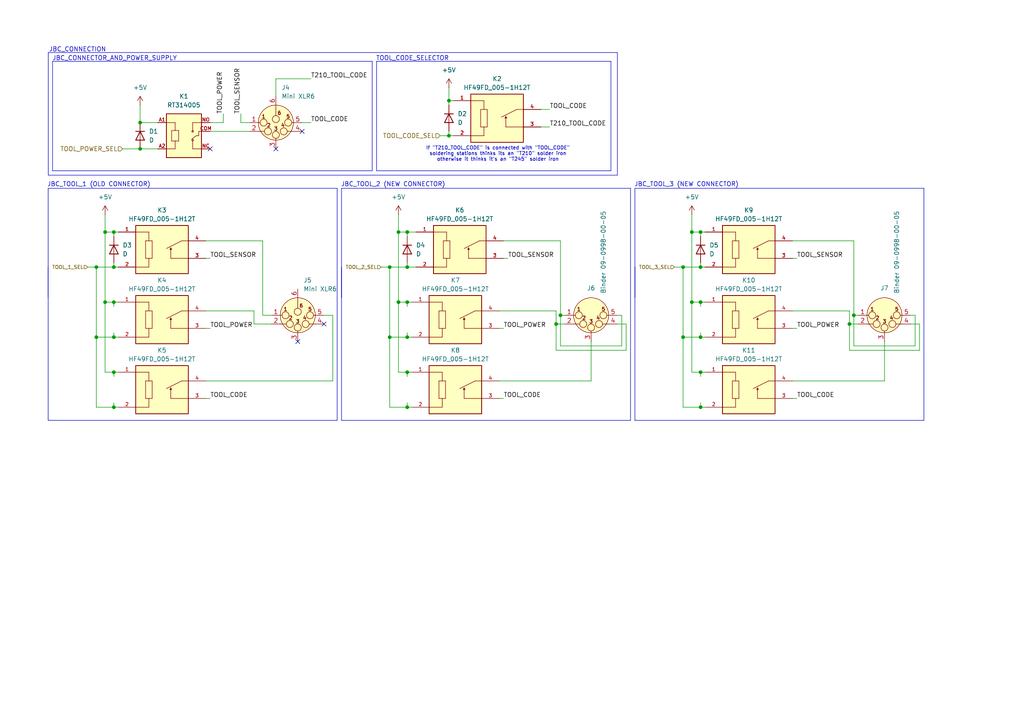
<source format=kicad_sch>
(kicad_sch (version 20231120) (generator "eeschema") (generator_version "8.0")
  (paper "A4")
  (title_block (title "JBC Multitool Selector") (date "2025-01-20") (rev "1"))
  (lib_symbols
    (symbol "Connector_Audio:XLR5" (pin_names hide)
      (property "Reference" "J" (at 0 8.89 0))
      (property "Value" "XLR5" (at 0 6.35 0))
      (symbol "XLR5_0_1"
        (circle (center -3.556 0) (radius 1.016))
        (circle (center -2.286 -2.54) (radius 1.016))
        (circle (center 0 -3.556) (radius 1.016))
        (polyline (pts (xy -5.08 -2.54) (xy -4.445 -2.54)))
        (polyline (pts (xy -5.08 0) (xy -4.572 0)))
        (polyline (pts (xy -4.572 -2.54) (xy -3.302 -2.54)))
        (polyline (pts (xy 0 -5.08) (xy 0 -4.572)))
        (polyline (pts (xy 4.572 -2.54) (xy 3.302 -2.54)))
        (polyline (pts (xy 5.08 -2.54) (xy 4.445 -2.54)))
        (polyline (pts (xy 5.08 0) (xy 4.572 0)))
        (circle (center 0 0) (radius 5.08) (fill (type background)))
        (circle (center 2.286 -2.54) (radius 1.016))
        (circle (center 3.556 0) (radius 1.016))
        (text "1" (at -3.556 1.778 0) (effects (font (size 1.016 1.016) (bold yes))))
        (text "2" (at -2.032 -0.762 0) (effects (font (size 1.016 1.016) (bold yes))))
        (text "3" (at 0 -1.778 0) (effects (font (size 1.016 1.016) (bold yes))))
        (text "4" (at 2.032 -0.762 0) (effects (font (size 1.016 1.016) (bold yes))))
        (text "5" (at 3.556 1.778 0) (effects (font (size 1.016 1.016) (bold yes))))
      )
      (symbol "XLR5_1_1"
        (pin passive line (at -7.62 0 0) (length 2.54) (name "P1") (number "1"))
        (pin passive line (at -7.62 -2.54 0) (length 2.54) (name "P2") (number "2"))
        (pin passive line (at 0 -7.62 90) (length 2.54) (name "P3") (number "3"))
        (pin passive line (at 7.62 -2.54 180) (length 2.54) (name "P3") (number "4"))
        (pin passive line (at 7.62 0 180) (length 2.54) (name "P5") (number "5"))
      )
    )
    (symbol "Connector_Audio:XLR6" (pin_names hide)
      (property "Reference" "J" (at 2.54 6.35 0))
      (property "Value" "XLR6" (at 5.08 -6.096 0))
      (symbol "XLR6_0_1"
        (circle (center -3.556 0) (radius 1.016))
        (circle (center -2.286 -2.54) (radius 1.016))
        (circle (center 0 -3.556) (radius 1.016))
        (polyline (pts (xy -5.08 -2.54) (xy -4.445 -2.54)))
        (polyline (pts (xy -5.08 0) (xy -4.572 0)))
        (polyline (pts (xy -4.572 -2.54) (xy -3.302 -2.54)))
        (polyline (pts (xy 0 -5.08) (xy 0 -4.572)))
        (polyline (pts (xy 0 5.08) (xy 0 2.032)))
        (polyline (pts (xy 4.572 -2.54) (xy 3.302 -2.54)))
        (polyline (pts (xy 5.08 -2.54) (xy 4.445 -2.54)))
        (polyline (pts (xy 5.08 0) (xy 4.572 0)))
        (circle (center 0 0) (radius 5.08) (fill (type background)))
        (circle (center 0 1.016) (radius 1.016))
        (circle (center 2.286 -2.54) (radius 1.016))
        (circle (center 3.556 0) (radius 1.016))
        (text "1" (at -3.556 1.778 0) (effects (font (size 1.016 1.016) (bold yes))))
        (text "2" (at -2.032 -0.762 0) (effects (font (size 1.016 1.016) (bold yes))))
        (text "3" (at 0 -1.778 0) (effects (font (size 1.016 1.016) (bold yes))))
        (text "4" (at 2.032 -0.762 0) (effects (font (size 1.016 1.016) (bold yes))))
        (text "5" (at 3.556 1.778 0) (effects (font (size 1.016 1.016) (bold yes))))
        (text "6" (at 1.016 2.794 0) (effects (font (size 1.016 1.016) (bold yes))))
      )
      (symbol "XLR6_1_1"
        (pin passive line (at -7.62 0 0) (length 2.54) (name "P1") (number "1"))
        (pin passive line (at -7.62 -2.54 0) (length 2.54) (name "P2") (number "2"))
        (pin passive line (at 0 -7.62 90) (length 2.54) (name "P3") (number "3"))
        (pin passive line (at 7.62 -2.54 180) (length 2.54) (name "P3") (number "4"))
        (pin passive line (at 7.62 0 180) (length 2.54) (name "P5") (number "5"))
        (pin passive line (at 0 7.62 270) (length 2.54) (name "P6") (number "6"))
      )
    )
    (symbol "Device:D" (pin_numbers hide) (pin_names (offset 1.016) hide)
      (property "Reference" "D" (at 0 2.54 0))
      (property "Value" "D" (at 0 -2.54 0))
      (symbol "D_0_1"
        (polyline (pts (xy -1.27 1.27) (xy -1.27 -1.27)) (stroke (width 0.254)))
        (polyline (pts (xy 1.27 0) (xy -1.27 0)))
        (polyline (pts (xy 1.27 1.27) (xy 1.27 -1.27) (xy -1.27 0) (xy 1.27 1.27)) (stroke (width 0.254)))
      )
      (symbol "D_1_1"
        (pin passive line (at -3.81 0 0) (length 2.54) (name "K") (number "1"))
        (pin passive line (at 3.81 0 180) (length 2.54) (name "A") (number "2"))
      )
    )
    (symbol "HF49FD:HF49FD_005-1H12T" (pin_names (offset 1.016))
      (property "Reference" "K" (at -7.62 7.62 0))
      (property "Value" "HF49FD_005-1H12T" (at -9.398 -7.62 0))
      (symbol "HF49FD_005-1H12T_0_0"
        (rectangle (start -7.62 -6.985) (end 7.62 6.985) (stroke (width 0.254)) (fill (type background)))
        (polyline (pts (xy -7.62 -5.08) (xy -3.81 -5.08)) (stroke (width 0.1524)))
        (polyline (pts (xy -7.62 5.08) (xy -3.81 5.08)) (stroke (width 0.1524)))
        (polyline (pts (xy -4.7625 -2.54) (xy -4.7625 2.54)) (stroke (width 0.1524)))
        (polyline (pts (xy -4.7625 2.54) (xy -2.8575 2.54)) (stroke (width 0.1524)))
        (polyline (pts (xy -3.81 -5.08) (xy -3.81 -2.54)) (stroke (width 0.1524)))
        (polyline (pts (xy -3.81 -2.54) (xy -4.7625 -2.54)) (stroke (width 0.1524)))
        (polyline (pts (xy -3.81 5.08) (xy -3.81 2.54)) (stroke (width 0.1524)))
        (polyline (pts (xy -2.8575 -2.54) (xy -3.81 -2.54)) (stroke (width 0.1524)))
        (polyline (pts (xy -2.8575 2.54) (xy -2.8575 -2.54)) (stroke (width 0.1524)))
        (polyline (pts (xy 2.54 -2.54) (xy 2.54 0)) (stroke (width 0.1524)))
        (polyline (pts (xy 5.715 2.54) (xy 1.27 0.3175)) (stroke (width 0.1524)))
        (polyline (pts (xy 7.62 -2.54) (xy 2.54 -2.54)) (stroke (width 0.1524)))
        (polyline (pts (xy 7.62 2.54) (xy 5.715 2.54)) (stroke (width 0.1524)))
        (polyline (pts (xy 2.2225 0) (xy 2.8575 0) (xy 2.54 0.635) (xy 2.2225 0)) (stroke (width 0.0254)) (fill (type outline)))
        (pin passive line (at -12.7 5.08 0) (length 5.08) (name "~") (number "1"))
        (pin passive line (at -12.7 -5.08 0) (length 5.08) (name "~") (number "2"))
        (pin passive line (at 12.7 -2.54 180) (length 5.08) (name "~") (number "3"))
        (pin passive line (at 12.7 2.54 180) (length 5.08) (name "~") (number "4"))
      )
    )
    (symbol "SRD-05VDC-SL-C:SRD-05VDC-SL-C" (pin_names (offset 1.016))
      (property "Reference" "K" (at -5.0809 5.843 0))
      (property "Value" "SRD-05VDC-SL-C" (at -8.128 -10.16 0))
      (symbol "SRD-05VDC-SL-C_0_0"
        (rectangle (start -5.08 -7.62) (end 5.08 5.08) (stroke (width 0.254)) (fill (type background)))
        (polyline (pts (xy -5.08 2.54) (xy -2.54 2.54)) (stroke (width 0.1524)))
        (polyline (pts (xy -3.556 -2.794) (xy -2.54 -2.794)) (stroke (width 0.1524)))
        (polyline (pts (xy -3.556 0.254) (xy -3.556 -2.794)) (stroke (width 0.1524)))
        (polyline (pts (xy -2.54 -5.08) (xy -5.08 -5.08)) (stroke (width 0.1524)))
        (polyline (pts (xy -2.54 -2.794) (xy -2.54 -5.08)) (stroke (width 0.1524)))
        (polyline (pts (xy -2.54 -2.794) (xy -1.524 -2.794)) (stroke (width 0.1524)))
        (polyline (pts (xy -2.54 0.254) (xy -3.556 0.254)) (stroke (width 0.1524)))
        (polyline (pts (xy -2.54 2.54) (xy -2.54 0.254)) (stroke (width 0.1524)))
        (polyline (pts (xy -1.524 -2.794) (xy -1.524 0.254)) (stroke (width 0.1524)))
        (polyline (pts (xy -1.524 0.254) (xy -2.54 0.254)) (stroke (width 0.1524)))
        (polyline (pts (xy 2.54 -5.08) (xy 5.08 -5.08)) (stroke (width 0.1524)))
        (polyline (pts (xy 2.54 -2.54) (xy 2.54 -5.08)) (stroke (width 0.1524)))
        (polyline (pts (xy 2.54 2.54) (xy 2.54 0)) (stroke (width 0.1524)))
        (polyline (pts (xy 3.556 -1.27) (xy 2.286 -2.286)) (stroke (width 0.1524)))
        (polyline (pts (xy 3.556 -1.27) (xy 4.318 -1.27)) (stroke (width 0.1524)))
        (polyline (pts (xy 4.318 -1.27) (xy 4.318 0)) (stroke (width 0.1524)))
        (polyline (pts (xy 4.318 0) (xy 5.08 0)) (stroke (width 0.1524)))
        (polyline (pts (xy 5.08 2.54) (xy 2.54 2.54)) (stroke (width 0.1524)))
        (circle (center 2.54 -2.54) (radius 0.254) (stroke (width 0.1524)))
        (circle (center 2.54 0) (radius 0.254) (stroke (width 0.1524)))
        (pin passive line (at -7.62 2.54 0) (length 2.54) (name "~") (number "A1"))
        (pin passive line (at -7.62 -5.08 0) (length 2.54) (name "~") (number "A2"))
        (pin passive line (at 7.62 0 180) (length 2.54) (name "~") (number "COM"))
        (pin passive line (at 7.62 -5.08 180) (length 2.54) (name "~") (number "NC"))
        (pin passive line (at 7.62 2.54 180) (length 2.54) (name "~") (number "NO"))
      )
    )
    (symbol "power:+5V" (power) (pin_numbers hide) (pin_names (offset 0) hide)
      (property "Value" "+5V" (at 0 3.556 0))
      (symbol "+5V_0_1"
        (polyline (pts (xy -0.762 1.27) (xy 0 2.54)))
        (polyline (pts (xy 0 0) (xy 0 2.54)))
        (polyline (pts (xy 0 2.54) (xy 0.762 1.27)))
      )
      (symbol "+5V_1_1"
        (pin power_in line (at 0 0 90) (length 0) (name "~") (number "1"))
      )
    )
  )
  (junction (at 33.02 77.47))
  (junction (at 30.48 87.63))
  (junction (at 27.94 97.79))
  (junction (at 113.03 77.47))
  (junction (at 161.29 93.98))
  (junction (at 200.66 67.31))
  (junction (at 200.66 87.63))
  (junction (at 198.12 97.79))
  (junction (at 246.38 93.98))
  (junction (at 198.12 77.47))
  (junction (at 118.11 107.95))
  (junction (at 203.2 97.79))
  (junction (at 203.2 77.47))
  (junction (at 33.02 97.79))
  (junction (at 118.11 67.31))
  (junction (at 118.11 97.79))
  (junction (at 30.48 67.31))
  (junction (at 115.57 67.31))
  (junction (at 130.2022 39.3646))
  (junction (at 203.2 107.95))
  (junction (at 162.56 91.44))
  (junction (at 27.94 77.47))
  (junction (at 203.2 87.63))
  (junction (at 33.02 87.63))
  (junction (at 118.11 118.11))
  (junction (at 40.64 43.18))
  (junction (at 247.65 91.44))
  (junction (at 33.02 118.11))
  (junction (at 130.2022 29.2046))
  (junction (at 33.02 67.31))
  (junction (at 118.11 77.47))
  (junction (at 118.11 87.63))
  (junction (at 113.03 97.79))
  (junction (at 203.2 67.31))
  (junction (at 115.57 87.63))
  (junction (at 33.02 107.95))
  (junction (at 203.2 118.11))
  (junction (at 40.64 35.56))
  (no_connect (at 93.98 93.98))
  (no_connect (at 60.96 43.18))
  (no_connect (at 80.01 43.18))
  (no_connect (at 86.36 99.06))
  (no_connect (at 87.63 38.1))
  (wire (pts (xy 256.54 110.49) (xy 256.54 99.06)))
  (wire (pts (xy 231.14 74.93) (xy 229.87 74.93)))
  (wire (pts (xy 200.66 87.63) (xy 203.2 87.63)))
  (wire (pts (xy 60.96 38.1) (xy 72.39 38.1)))
  (polyline (pts (xy 109.22 49.53) (xy 177.1922 49.53)))
  (polyline (pts (xy 15.24 49.53) (xy 107.95 49.53)))
  (wire (pts (xy 146.05 74.93) (xy 147.32 74.93)))
  (wire (pts (xy 127.6622 39.3646) (xy 130.2022 39.3646)))
  (wire (pts (xy 30.48 67.31) (xy 30.48 87.63)))
  (wire (pts (xy 33.02 67.31) (xy 33.02 68.58)))
  (wire (pts (xy 113.03 77.47) (xy 113.03 97.79)))
  (wire (pts (xy 30.48 62.23) (xy 30.48 67.31)))
  (wire (pts (xy 163.83 93.98) (xy 161.29 93.98)))
  (wire (pts (xy 93.98 91.44) (xy 96.52 91.44)))
  (polyline (pts (xy 184.15 54.61) (xy 184.15 86.36)))
  (wire (pts (xy 118.11 107.95) (xy 118.11 109.22)))
  (wire (pts (xy 130.2022 38.0946) (xy 130.2022 39.3646)))
  (wire (pts (xy 118.11 116.84) (xy 118.11 118.11)))
  (polyline (pts (xy 15.24 17.78) (xy 107.95 17.78)))
  (wire (pts (xy 27.94 97.79) (xy 33.02 97.79)))
  (wire (pts (xy 76.2 69.85) (xy 59.69 69.85)))
  (wire (pts (xy 198.12 118.11) (xy 198.12 97.79)))
  (wire (pts (xy 156.8722 31.7446) (xy 159.4122 31.7446)))
  (wire (pts (xy 118.11 67.31) (xy 118.11 68.58)))
  (wire (pts (xy 247.65 91.44) (xy 247.65 100.33)))
  (polyline (pts (xy 15.24 17.78) (xy 15.24 49.53)))
  (wire (pts (xy 181.61 101.6) (xy 181.61 93.98)))
  (wire (pts (xy 115.57 67.31) (xy 118.11 67.31)))
  (wire (pts (xy 156.8722 36.8246) (xy 159.4122 36.8246)))
  (wire (pts (xy 33.02 67.31) (xy 34.29 67.31)))
  (wire (pts (xy 64.77 33.02) (xy 64.77 35.56)))
  (wire (pts (xy 248.92 91.44) (xy 247.65 91.44)))
  (wire (pts (xy 30.48 107.95) (xy 33.02 107.95)))
  (wire (pts (xy 90.17 22.86) (xy 80.01 22.86)))
  (wire (pts (xy 60.96 74.93) (xy 59.69 74.93)))
  (wire (pts (xy 96.52 91.44) (xy 96.52 110.49)))
  (wire (pts (xy 87.63 35.56) (xy 90.17 35.56)))
  (wire (pts (xy 34.29 77.47) (xy 33.02 77.47)))
  (wire (pts (xy 200.66 87.63) (xy 200.66 107.95)))
  (wire (pts (xy 130.2022 25.3946) (xy 130.2022 29.2046)))
  (wire (pts (xy 181.61 93.98) (xy 179.07 93.98)))
  (wire (pts (xy 96.52 110.49) (xy 59.69 110.49)))
  (wire (pts (xy 35.56 43.18) (xy 40.64 43.18)))
  (polyline (pts (xy 109.22 17.78) (xy 109.22 49.53)))
  (wire (pts (xy 25.4 77.47) (xy 27.94 77.47)))
  (wire (pts (xy 33.02 87.63) (xy 34.29 87.63)))
  (wire (pts (xy 73.66 90.17) (xy 73.66 93.98)))
  (wire (pts (xy 34.29 118.11) (xy 33.02 118.11)))
  (wire (pts (xy 247.65 91.44) (xy 247.65 69.85)))
  (wire (pts (xy 30.48 87.63) (xy 33.02 87.63)))
  (polyline (pts (xy 182.88 54.61) (xy 99.06 54.61)))
  (wire (pts (xy 60.96 95.25) (xy 59.69 95.25)))
  (wire (pts (xy 33.02 87.63) (xy 33.02 88.9)))
  (wire (pts (xy 33.02 116.84) (xy 33.02 118.11)))
  (polyline (pts (xy 184.15 121.92) (xy 267.97 121.92)))
  (wire (pts (xy 118.11 118.11) (xy 113.03 118.11)))
  (wire (pts (xy 27.94 77.47) (xy 27.94 97.79)))
  (wire (pts (xy 40.64 30.48) (xy 40.64 35.56)))
  (wire (pts (xy 203.2 116.84) (xy 203.2 118.11)))
  (wire (pts (xy 146.05 95.25) (xy 144.78 95.25)))
  (wire (pts (xy 33.02 107.95) (xy 33.02 109.22)))
  (wire (pts (xy 203.2 76.2) (xy 203.2 77.47)))
  (wire (pts (xy 246.38 93.98) (xy 246.38 101.6)))
  (wire (pts (xy 118.11 97.79) (xy 119.38 97.79)))
  (wire (pts (xy 78.74 91.44) (xy 76.2 91.44)))
  (polyline (pts (xy 99.06 54.61) (xy 99.06 86.36)))
  (wire (pts (xy 203.2 96.52) (xy 203.2 97.79)))
  (polyline (pts (xy 97.79 54.61) (xy 13.97 54.61)))
  (wire (pts (xy 118.11 76.2) (xy 118.11 77.47)))
  (wire (pts (xy 72.39 35.56) (xy 69.85 35.56)))
  (wire (pts (xy 247.65 69.85) (xy 229.87 69.85)))
  (wire (pts (xy 118.11 107.95) (xy 119.38 107.95)))
  (wire (pts (xy 115.57 67.31) (xy 115.57 87.63)))
  (polyline (pts (xy 177.1922 49.5246) (xy 177.1922 17.7746)))
  (polyline (pts (xy 107.95 49.53) (xy 107.95 17.78)))
  (wire (pts (xy 120.65 77.47) (xy 118.11 77.47)))
  (wire (pts (xy 231.14 95.25) (xy 229.87 95.25)))
  (wire (pts (xy 119.38 118.11) (xy 118.11 118.11)))
  (wire (pts (xy 246.38 93.98) (xy 246.38 90.17)))
  (wire (pts (xy 161.29 93.98) (xy 161.29 90.17)))
  (wire (pts (xy 180.34 91.44) (xy 179.07 91.44)))
  (wire (pts (xy 40.64 43.18) (xy 45.72 43.18)))
  (wire (pts (xy 229.87 110.49) (xy 256.54 110.49)))
  (wire (pts (xy 115.57 87.63) (xy 115.57 107.95)))
  (wire (pts (xy 113.03 97.79) (xy 118.11 97.79)))
  (wire (pts (xy 27.94 118.11) (xy 27.94 97.79)))
  (wire (pts (xy 266.7 101.6) (xy 266.7 93.98)))
  (wire (pts (xy 203.2 67.31) (xy 203.2 68.58)))
  (wire (pts (xy 115.57 107.95) (xy 118.11 107.95)))
  (wire (pts (xy 144.78 90.17) (xy 161.29 90.17)))
  (wire (pts (xy 30.48 67.31) (xy 33.02 67.31)))
  (wire (pts (xy 33.02 77.47) (xy 27.94 77.47)))
  (wire (pts (xy 33.02 97.79) (xy 34.29 97.79)))
  (wire (pts (xy 118.11 87.63) (xy 119.38 87.63)))
  (wire (pts (xy 118.11 67.31) (xy 120.65 67.31)))
  (polyline (pts (xy 13.97 121.92) (xy 97.79 121.92)))
  (wire (pts (xy 198.12 97.79) (xy 203.2 97.79)))
  (polyline (pts (xy 267.97 121.92) (xy 267.97 54.61)))
  (polyline (pts (xy 99.06 121.92) (xy 182.88 121.92)))
  (wire (pts (xy 118.11 77.47) (xy 113.03 77.47)))
  (wire (pts (xy 229.87 90.17) (xy 246.38 90.17)))
  (wire (pts (xy 203.2 107.95) (xy 204.47 107.95)))
  (wire (pts (xy 60.96 115.57) (xy 59.69 115.57)))
  (wire (pts (xy 162.56 69.85) (xy 146.05 69.85)))
  (wire (pts (xy 162.56 91.44) (xy 162.56 100.33)))
  (polyline (pts (xy 99.06 77.47) (xy 99.06 121.92)))
  (wire (pts (xy 246.38 101.6) (xy 266.7 101.6)))
  (wire (pts (xy 162.56 100.33) (xy 180.34 100.33)))
  (wire (pts (xy 171.45 110.49) (xy 171.45 99.06)))
  (polyline (pts (xy 184.15 77.47) (xy 184.15 121.92)))
  (wire (pts (xy 203.2 67.31) (xy 204.47 67.31)))
  (wire (pts (xy 203.2 97.79) (xy 204.47 97.79)))
  (wire (pts (xy 59.69 90.17) (xy 73.66 90.17)))
  (wire (pts (xy 203.2 77.47) (xy 198.12 77.47)))
  (polyline (pts (xy 177.1922 17.78) (xy 109.22 17.78)))
  (wire (pts (xy 163.83 91.44) (xy 162.56 91.44)))
  (wire (pts (xy 265.43 100.33) (xy 265.43 91.44)))
  (wire (pts (xy 203.2 118.11) (xy 198.12 118.11)))
  (polyline (pts (xy 13.9972 15.24) (xy 179.07 15.24)))
  (wire (pts (xy 204.47 118.11) (xy 203.2 118.11)))
  (polyline (pts (xy 13.9972 50.7946) (xy 13.9972 15.2346)))
  (wire (pts (xy 162.56 91.44) (xy 162.56 69.85)))
  (wire (pts (xy 203.2 87.63) (xy 203.2 88.9)))
  (wire (pts (xy 161.29 101.6) (xy 181.61 101.6)))
  (wire (pts (xy 203.2 107.95) (xy 203.2 109.22)))
  (wire (pts (xy 195.58 77.47) (xy 198.12 77.47)))
  (wire (pts (xy 200.66 62.23) (xy 200.66 67.31)))
  (wire (pts (xy 130.2022 29.2046) (xy 130.2022 30.4746)))
  (wire (pts (xy 33.02 107.95) (xy 34.29 107.95)))
  (wire (pts (xy 118.11 96.52) (xy 118.11 97.79)))
  (wire (pts (xy 204.47 77.47) (xy 203.2 77.47)))
  (wire (pts (xy 200.66 67.31) (xy 203.2 67.31)))
  (polyline (pts (xy 182.88 121.92) (xy 182.88 54.61)))
  (wire (pts (xy 76.2 91.44) (xy 76.2 69.85)))
  (wire (pts (xy 30.48 87.63) (xy 30.48 107.95)))
  (polyline (pts (xy 13.97 54.61) (xy 13.97 86.36)))
  (wire (pts (xy 144.78 115.57) (xy 146.05 115.57)))
  (polyline (pts (xy 179.07 50.8) (xy 13.9972 50.8)))
  (wire (pts (xy 115.57 62.23) (xy 115.57 67.31)))
  (wire (pts (xy 144.78 110.49) (xy 171.45 110.49)))
  (wire (pts (xy 200.66 107.95) (xy 203.2 107.95)))
  (wire (pts (xy 40.64 35.56) (xy 45.72 35.56)))
  (wire (pts (xy 130.2022 29.2046) (xy 131.4722 29.2046)))
  (wire (pts (xy 80.01 22.86) (xy 80.01 27.94)))
  (polyline (pts (xy 13.97 77.47) (xy 13.97 121.92)))
  (wire (pts (xy 60.96 35.56) (xy 64.77 35.56)))
  (wire (pts (xy 33.02 76.2) (xy 33.02 77.47)))
  (wire (pts (xy 69.85 35.56) (xy 69.85 33.02)))
  (wire (pts (xy 110.49 77.47) (xy 113.03 77.47)))
  (wire (pts (xy 33.02 118.11) (xy 27.94 118.11)))
  (wire (pts (xy 203.2 87.63) (xy 204.47 87.63)))
  (polyline (pts (xy 97.79 121.92) (xy 97.79 54.61)))
  (wire (pts (xy 130.2022 39.3646) (xy 131.4722 39.3646)))
  (wire (pts (xy 118.11 87.63) (xy 118.11 88.9)))
  (wire (pts (xy 33.02 96.52) (xy 33.02 97.79)))
  (wire (pts (xy 198.12 77.47) (xy 198.12 97.79)))
  (wire (pts (xy 248.92 93.98) (xy 246.38 93.98)))
  (polyline (pts (xy 267.97 54.61) (xy 184.15 54.61)))
  (wire (pts (xy 115.57 87.63) (xy 118.11 87.63)))
  (wire (pts (xy 113.03 118.11) (xy 113.03 97.79)))
  (wire (pts (xy 200.66 67.31) (xy 200.66 87.63)))
  (wire (pts (xy 265.43 91.44) (xy 264.16 91.44)))
  (wire (pts (xy 180.34 100.33) (xy 180.34 91.44)))
  (wire (pts (xy 231.14 115.57) (xy 229.87 115.57)))
  (wire (pts (xy 247.65 100.33) (xy 265.43 100.33)))
  (wire (pts (xy 161.29 93.98) (xy 161.29 101.6)))
  (wire (pts (xy 73.66 93.98) (xy 78.74 93.98)))
  (wire (pts (xy 266.7 93.98) (xy 264.16 93.98)))
  (polyline (pts (xy 179.07 15.24) (xy 179.07 50.8)))
  (text "TOOL_CODE_SELECTOR" (at 119.634 17.018 0) (effects (font (size 1.27 1.27))))
  (text "If \"T210_TOOL_CODE\" is connected with \"TOOL_CODE\"\nsoldering stations thinks its an \"T210\" solder iron\notherwise it thinks it's an \"T245\" solder iron" (at 144.4262 44.6986 0) (effects (font (size 1.016 1.016))))
  (text "JBC_TOOL_3 (NEW CONNECTOR)" (at 199.136 53.594 0) (effects (font (size 1.27 1.27))))
  (text "JBC_TOOL_2 (NEW CONNECTOR)" (at 114.046 53.594 0) (effects (font (size 1.27 1.27))))
  (text "JBC_CONNECTOR_AND_POWER_SUPPLY" (at 33.274 17.018 0) (effects (font (size 1.27 1.27))))
  (text "JBC_TOOL_1 (OLD CONNECTOR)" (at 28.702 53.594 0) (effects (font (size 1.27 1.27))))
  (text "JBC_CONNECTION" (at 22.5062 14.4726 0) (effects (font (size 1.27 1.27))))
  (label "TOOL_CODE" (at 231.14 115.57 0))
  (label "TOOL_SENSOR" (at 231.14 74.93 0))
  (label "TOOL_SENSOR" (at 69.85 33.02 90))
  (label "TOOL_SENSOR" (at 147.32 74.93 0))
  (label "TOOL_CODE" (at 60.96 115.57 0))
  (label "TOOL_POWER" (at 60.96 95.25 0))
  (label "TOOL_POWER" (at 64.77 33.02 90))
  (label "TOOL_POWER" (at 231.14 95.25 0))
  (label "TOOL_POWER" (at 146.05 95.25 0))
  (label "T210_TOOL_CODE" (at 90.17 22.86 0))
  (label "TOOL_CODE" (at 159.4122 31.7446 0))
  (label "TOOL_CODE" (at 146.05 115.57 0))
  (label "TOOL_SENSOR" (at 60.96 74.93 0))
  (label "T210_TOOL_CODE" (at 159.4122 36.8246 0))
  (label "TOOL_CODE" (at 90.17 35.56 0))
  (hierarchical_label "TOOL_2_SEL" (shape input) (at 110.49 77.47 180) (effects (font (size 1.016 1.016))))
  (hierarchical_label "TOOL_3_SEL" (shape input) (at 195.58 77.47 180) (effects (font (size 1.016 1.016))))
  (hierarchical_label "TOOL_CODE_SEL" (shape input) (at 127.6622 39.3646 180))
  (hierarchical_label "TOOL_POWER_SEL" (shape input) (at 35.56 43.18 180))
  (hierarchical_label "TOOL_1_SEL" (shape input) (at 25.4 77.47 180) (effects (font (size 1.016 1.016))))
  (symbol (lib_id "HF49FD:HF49FD_005-1H12T") (at 132.08 92.71 0) (unit 1)
    (property "Reference" "K7" (at 132.08 81.28 0))
    (property "Value" "HF49FD_005-1H12T" (at 132.08 83.82 0))
    (property "Footprint" "HF49FD:HF49FD" (effects (hide yes)))
    (property "Datasheet" "https://docs.rs-online.com/01dd/0900766b81663fd9.pdf" (effects (hide yes)))
    (property "Aliexpress" "<a href=\"https://de.aliexpress.com/item/1005006143259390.html\">HF49FD</a>" (effects (hide yes)))
    (property "RS Components" "<a href=\"https://at.rs-online.com/web/p/elektrische-relais/1762890\">176-2890</a>" (effects (hide yes)))
  )
  (symbol (lib_id "power:+5V") (at 130.2022 25.3946 0) (unit 1)
    (property "Reference" "#PWR020" (effects (hide yes)))
    (property "Value" "+5V" (at 130.2022 20.3146 0))
    (property "Description" "Power symbol creates a global label with name \"+5V\"" (effects (hide yes)))
  )
  (symbol (lib_id "HF49FD:HF49FD_005-1H12T") (at 133.35 72.39 0) (unit 1)
    (property "Reference" "K6" (at 133.35 60.96 0))
    (property "Value" "HF49FD_005-1H12T" (at 133.35 63.5 0))
    (property "Footprint" "HF49FD:HF49FD" (effects (hide yes)))
    (property "Datasheet" "https://docs.rs-online.com/01dd/0900766b81663fd9.pdf" (effects (hide yes)))
    (property "Aliexpress" "<a href=\"https://de.aliexpress.com/item/1005006143259390.html\">HF49FD</a>" (effects (hide yes)))
    (property "RS Components" "<a href=\"https://at.rs-online.com/web/p/elektrische-relais/1762890\">176-2890</a>" (effects (hide yes)))
  )
  (symbol (lib_id "HF49FD:HF49FD_005-1H12T") (at 46.99 113.03 0) (unit 1)
    (property "Reference" "K5" (at 46.99 101.6 0))
    (property "Value" "HF49FD_005-1H12T" (at 46.99 104.14 0))
    (property "Footprint" "HF49FD:HF49FD" (effects (hide yes)))
    (property "Datasheet" "https://docs.rs-online.com/01dd/0900766b81663fd9.pdf" (effects (hide yes)))
    (property "Aliexpress" "<a href=\"https://de.aliexpress.com/item/1005006143259390.html\">HF49FD</a>" (effects (hide yes)))
    (property "RS Components" "<a href=\"https://at.rs-online.com/web/p/elektrische-relais/1762890\">176-2890</a>" (effects (hide yes)))
  )
  (symbol (lib_id "HF49FD:HF49FD_005-1H12T") (at 132.08 113.03 0) (unit 1)
    (property "Reference" "K8" (at 132.08 101.6 0))
    (property "Value" "HF49FD_005-1H12T" (at 132.08 104.14 0))
    (property "Footprint" "HF49FD:HF49FD" (effects (hide yes)))
    (property "Datasheet" "https://docs.rs-online.com/01dd/0900766b81663fd9.pdf" (effects (hide yes)))
    (property "Aliexpress" "<a href=\"https://de.aliexpress.com/item/1005006143259390.html\">HF49FD</a>" (effects (hide yes)))
    (property "RS Components" "<a href=\"https://at.rs-online.com/web/p/elektrische-relais/1762890\">176-2890</a>" (effects (hide yes)))
  )
  (symbol (lib_id "Device:D") (at 40.64 39.37 270) (unit 1)
    (property "Reference" "D1" (at 43.18 38.0999 90) (effects (justify left)))
    (property "Value" "D" (at 43.18 40.6399 90) (effects (justify left)))
    (property "Footprint" "Diode_SMD:D_SOD-123F" (effects (hide yes)))
    (property "Datasheet" "https://diotec.com/request/datasheet/sl1a.pdf" (effects (hide yes)))
    (property "Description" "Diode" (effects (hide yes)))
    (property "Sim.Device" "D" (effects (hide yes)))
    (property "Sim.Pins" "1=K 2=A" (effects (hide yes)))
    (property "DigiKey" "<a href=\"https://www.digikey.at/short/f4hp3r2p\">4878-SL1A-ND</a>" (effects (hide yes)))
    (property "Mouser" "<a href=\"https://mou.sr/4jtkPAR\">637-SL1A</a>" (effects (hide yes)))
  )
  (symbol (lib_id "SRD-05VDC-SL-C:SRD-05VDC-SL-C") (at 53.34 38.1 0) (unit 1)
    (property "Reference" "K1" (at 53.34 27.94 0))
    (property "Value" "RT314005" (at 53.34 30.48 0))
    (property "Footprint" "Relay_THT:Relay_DPDT_Schrack-RT2-FormC_RM5mm" (effects (hide yes)))
    (property "Datasheet" "https://www.mouser.at/datasheet/2/418/9/ENG_DS_RT1_5-3480576.pdf" (effects (hide yes)))
    (property "DigiKey" "<a href=\"https://www.digikey.at/short/fwzhn0m3\">PB1792-ND</a>" (effects (hide yes)))
    (property "Mouser" "<a href=\"https://mou.sr/4geSw6f\">655-RT314005</a>" (effects (hide yes)))
    (property "RS Components" "<a href=\"https://at.rs-online.com/web/p/elektrische-relais/6803732\">680-3732</a>" (effects (hide yes)))
  )
  (symbol (lib_id "Device:D") (at 203.2 72.39 270) (unit 1)
    (property "Reference" "D5" (at 205.74 71.1199 90) (effects (justify left)))
    (property "Value" "D" (at 205.74 73.6599 90) (effects (justify left)))
    (property "Footprint" "Diode_SMD:D_SOD-123F" (effects (hide yes)))
    (property "Datasheet" "https://diotec.com/request/datasheet/sl1a.pdf" (effects (hide yes)))
    (property "Description" "Diode" (effects (hide yes)))
    (property "Sim.Device" "D" (effects (hide yes)))
    (property "Sim.Pins" "1=K 2=A" (effects (hide yes)))
    (property "DigiKey" "<a href=\"https://www.digikey.at/short/f4hp3r2p\">4878-SL1A-ND</a>" (effects (hide yes)))
    (property "Mouser" "<a href=\"https://mou.sr/4jtkPAR\">637-SL1A</a>" (effects (hide yes)))
  )
  (symbol (lib_id "Device:D") (at 33.02 72.39 270) (unit 1)
    (property "Reference" "D3" (at 35.56 71.1199 90) (effects (justify left)))
    (property "Value" "D" (at 35.56 73.6599 90) (effects (justify left)))
    (property "Footprint" "Diode_SMD:D_SOD-123F" (effects (hide yes)))
    (property "Datasheet" "https://diotec.com/request/datasheet/sl1a.pdf" (effects (hide yes)))
    (property "Description" "Diode" (effects (hide yes)))
    (property "Sim.Device" "D" (effects (hide yes)))
    (property "Sim.Pins" "1=K 2=A" (effects (hide yes)))
    (property "DigiKey" "<a href=\"https://www.digikey.at/short/f4hp3r2p\">4878-SL1A-ND</a>" (effects (hide yes)))
    (property "Mouser" "<a href=\"https://mou.sr/4jtkPAR\">637-SL1A</a>" (effects (hide yes)))
  )
  (symbol (lib_id "Connector_Audio:XLR6") (at 80.01 35.56 0) (unit 1)
    (property "Reference" "J4" (at 81.6611 25.4 0) (effects (justify left)))
    (property "Value" "Mini XLR6" (at 81.6611 27.94 0) (effects (justify left)))
    (property "Footprint" "TerminalBlock_Phoenix:TerminalBlock_Phoenix_MKDS-1,5-4-5.08_1x04_P5.08mm_Horizontal" (effects (hide yes)))
    (property "Datasheet" "https://www.amphenol-sine.com/pdf/datasheet/AG6MCC.pdf" (effects (hide yes)))
    (property "Description" "XLR Connector, Male or Female, 6 Pins" (effects (hide yes)))
    (property "Aliexpress" "<a href=\"https://de.aliexpress.com/item/1005004521654383.html\">Mini XLR6</a>" (effects (hide yes)))
    (property "Mouser" "<a href=\"https://mou.sr/3CryA2f\">MKDS 3/ 4-5,08</a> + <a href=\"https://mou.sr/3CrlIJy\">523-AG6MCC</a> + <a href=\"https://mou.sr/4glJCnv\">523-AG6M</a>" (effects (hide yes)))
  )
  (symbol (lib_id "power:+5V") (at 115.57 62.23 0) (unit 1)
    (property "Reference" "#PWR022" (effects (hide yes)))
    (property "Value" "+5V" (at 115.57 57.15 0))
    (property "Description" "Power symbol creates a global label with name \"+5V\"" (effects (hide yes)))
  )
  (symbol (lib_id "HF49FD:HF49FD_005-1H12T") (at 46.99 92.71 0) (unit 1)
    (property "Reference" "K4" (at 46.99 81.28 0))
    (property "Value" "HF49FD_005-1H12T" (at 46.99 83.82 0))
    (property "Footprint" "HF49FD:HF49FD" (effects (hide yes)))
    (property "Datasheet" "https://docs.rs-online.com/01dd/0900766b81663fd9.pdf" (effects (hide yes)))
    (property "Aliexpress" "<a href=\"https://de.aliexpress.com/item/1005006143259390.html\">HF49FD</a>" (effects (hide yes)))
    (property "RS Components" "<a href=\"https://at.rs-online.com/web/p/elektrische-relais/1762890\">176-2890</a>" (effects (hide yes)))
  )
  (symbol (lib_id "Connector_Audio:XLR5") (at 256.54 91.44 0) (unit 1)
    (property "Reference" "J7" (at 256.54 83.566 0))
    (property "Value" "Binder 09-0998-00-05" (at 260.096 73.152 90))
    (property "Footprint" "TerminalBlock_Phoenix:TerminalBlock_Phoenix_MKDS-1,5-5-5.08_1x05_P5.08mm_Horizontal" (effects (hide yes)))
    (property "Datasheet" "https://docs.rs-online.com/86aa/A700000006713930.pdf" (effects (hide yes)))
    (property "Description" "XLR Connector, Male or Female, 5 Pins" (effects (hide yes)))
    (property "RS Components" "<a href=\"https://at.rs-online.com/web/p/industrie-automation-steckverbinder/1296690\">129-6690</a>" (effects (hide yes)))
    (property "Mouser" "<a href=\"https://mou.sr/40xb1NK\">MKDS 3/ 5-5,08</a> + Part from RS Components" (effects (hide yes)))
  )
  (symbol (lib_id "power:+5V") (at 200.66 62.23 0) (unit 1)
    (property "Reference" "#PWR023" (effects (hide yes)))
    (property "Value" "+5V" (at 200.66 57.15 0))
    (property "Description" "Power symbol creates a global label with name \"+5V\"" (effects (hide yes)))
  )
  (symbol (lib_id "power:+5V") (at 30.48 62.23 0) (unit 1)
    (property "Reference" "#PWR021" (effects (hide yes)))
    (property "Value" "+5V" (at 30.48 57.15 0))
    (property "Description" "Power symbol creates a global label with name \"+5V\"" (effects (hide yes)))
  )
  (symbol (lib_id "Device:D") (at 118.11 72.39 270) (unit 1)
    (property "Reference" "D4" (at 120.65 71.1199 90) (effects (justify left)))
    (property "Value" "D" (at 120.65 73.6599 90) (effects (justify left)))
    (property "Footprint" "Diode_SMD:D_SOD-123F" (effects (hide yes)))
    (property "Datasheet" "https://diotec.com/request/datasheet/sl1a.pdf" (effects (hide yes)))
    (property "Description" "Diode" (effects (hide yes)))
    (property "Sim.Device" "D" (effects (hide yes)))
    (property "Sim.Pins" "1=K 2=A" (effects (hide yes)))
    (property "DigiKey" "<a href=\"https://www.digikey.at/short/f4hp3r2p\">4878-SL1A-ND</a>" (effects (hide yes)))
    (property "Mouser" "<a href=\"https://mou.sr/4jtkPAR\">637-SL1A</a>" (effects (hide yes)))
  )
  (symbol (lib_id "Device:D") (at 130.2022 34.2846 270) (unit 1)
    (property "Reference" "D2" (at 132.7422 33.0145 90) (effects (justify left)))
    (property "Value" "D" (at 132.7422 35.5545 90) (effects (justify left)))
    (property "Footprint" "Diode_SMD:D_SOD-123F" (effects (hide yes)))
    (property "Datasheet" "https://diotec.com/request/datasheet/sl1a.pdf" (effects (hide yes)))
    (property "Description" "Diode" (effects (hide yes)))
    (property "Sim.Device" "D" (effects (hide yes)))
    (property "Sim.Pins" "1=K 2=A" (effects (hide yes)))
    (property "DigiKey" "<a href=\"https://www.digikey.at/short/f4hp3r2p\">4878-SL1A-ND</a>" (effects (hide yes)))
    (property "Mouser" "<a href=\"https://mou.sr/4jtkPAR\">637-SL1A</a>" (effects (hide yes)))
  )
  (symbol (lib_id "HF49FD:HF49FD_005-1H12T") (at 217.17 72.39 0) (unit 1)
    (property "Reference" "K9" (at 217.17 60.96 0))
    (property "Value" "HF49FD_005-1H12T" (at 217.17 63.5 0))
    (property "Footprint" "HF49FD:HF49FD" (effects (hide yes)))
    (property "Datasheet" "https://docs.rs-online.com/01dd/0900766b81663fd9.pdf" (effects (hide yes)))
    (property "Aliexpress" "<a href=\"https://de.aliexpress.com/item/1005006143259390.html\">HF49FD</a>" (effects (hide yes)))
    (property "RS Components" "<a href=\"https://at.rs-online.com/web/p/elektrische-relais/1762890\">176-2890</a>" (effects (hide yes)))
  )
  (symbol (lib_id "HF49FD:HF49FD_005-1H12T") (at 217.17 113.03 0) (unit 1)
    (property "Reference" "K11" (at 217.17 101.6 0))
    (property "Value" "HF49FD_005-1H12T" (at 217.17 104.14 0))
    (property "Footprint" "HF49FD:HF49FD" (effects (hide yes)))
    (property "Datasheet" "https://docs.rs-online.com/01dd/0900766b81663fd9.pdf" (effects (hide yes)))
    (property "Aliexpress" "<a href=\"https://de.aliexpress.com/item/1005006143259390.html\">HF49FD</a>" (effects (hide yes)))
    (property "RS Components" "<a href=\"https://at.rs-online.com/web/p/elektrische-relais/1762890\">176-2890</a>" (effects (hide yes)))
  )
  (symbol (lib_id "HF49FD:HF49FD_005-1H12T") (at 217.17 92.71 0) (unit 1)
    (property "Reference" "K10" (at 217.17 81.28 0))
    (property "Value" "HF49FD_005-1H12T" (at 217.17 83.82 0))
    (property "Footprint" "HF49FD:HF49FD" (effects (hide yes)))
    (property "Datasheet" "https://docs.rs-online.com/01dd/0900766b81663fd9.pdf" (effects (hide yes)))
    (property "Aliexpress" "<a href=\"https://de.aliexpress.com/item/1005006143259390.html\">HF49FD</a>" (effects (hide yes)))
    (property "RS Components" "<a href=\"https://at.rs-online.com/web/p/elektrische-relais/1762890\">176-2890</a>" (effects (hide yes)))
  )
  (symbol (lib_id "Connector_Audio:XLR6") (at 86.36 91.44 0) (unit 1)
    (property "Reference" "J5" (at 88.0111 81.28 0) (effects (justify left)))
    (property "Value" "Mini XLR6" (at 88.0111 83.82 0) (effects (justify left)))
    (property "Footprint" "TerminalBlock_Phoenix:TerminalBlock_Phoenix_MKDS-1,5-3-5.08_1x03_P5.08mm_Horizontal" (effects (hide yes)))
    (property "Datasheet" "https://www.amphenol-sine.com/pdf/datasheet/AG6MCC.pdf" (effects (hide yes)))
    (property "Description" "XLR Connector, Male or Female, 6 Pins" (effects (hide yes)))
    (property "Aliexpress" "<a href=\"https://de.aliexpress.com/item/1005004521654383.html\">Mini XLR6</a>" (effects (hide yes)))
    (property "Mouser" "<a href=\"https://mou.sr/40RtPIA\">MKDS 3/ 3-5,08</a> + <a href=\"https://mou.sr/3CrlIJy\">523-AG6MCC</a> + <a href=\"https://mou.sr/4glJCnv\">523-AG6M</a>" (effects (hide yes)))
  )
  (symbol (lib_id "Connector_Audio:XLR5") (at 171.45 91.44 0) (unit 1)
    (property "Reference" "J6" (at 171.45 83.566 0))
    (property "Value" "Binder 09-0998-00-05" (at 175.006 73.152 90))
    (property "Footprint" "TerminalBlock_Phoenix:TerminalBlock_Phoenix_MKDS-1,5-5-5.08_1x05_P5.08mm_Horizontal" (effects (hide yes)))
    (property "Datasheet" "https://docs.rs-online.com/86aa/A700000006713930.pdf" (effects (hide yes)))
    (property "Description" "XLR Connector, Male or Female, 5 Pins" (effects (hide yes)))
    (property "RS Components" "<a href=\"https://at.rs-online.com/web/p/industrie-automation-steckverbinder/1296690\">129-6690</a>" (effects (hide yes)))
    (property "Mouser" "<a href=\"https://mou.sr/40xb1NK\">MKDS 3/ 5-5,08</a> + Part from RS Components" (effects (hide yes)))
  )
  (symbol (lib_id "power:+5V") (at 40.64 30.48 0) (unit 1)
    (property "Reference" "#PWR019" (effects (hide yes)))
    (property "Value" "+5V" (at 40.64 25.4 0))
    (property "Description" "Power symbol creates a global label with name \"+5V\"" (effects (hide yes)))
  )
  (symbol (lib_id "HF49FD:HF49FD_005-1H12T") (at 46.99 72.39 0) (unit 1)
    (property "Reference" "K3" (at 46.99 60.96 0))
    (property "Value" "HF49FD_005-1H12T" (at 46.99 63.5 0))
    (property "Footprint" "HF49FD:HF49FD" (effects (hide yes)))
    (property "Datasheet" "https://docs.rs-online.com/01dd/0900766b81663fd9.pdf" (effects (hide yes)))
    (property "Aliexpress" "<a href=\"https://de.aliexpress.com/item/1005006143259390.html\">HF49FD</a>" (effects (hide yes)))
    (property "RS Components" "<a href=\"https://at.rs-online.com/web/p/elektrische-relais/1762890\">176-2890</a>" (effects (hide yes)))
  )
  (symbol (lib_id "HF49FD:HF49FD_005-1H12T") (at 144.1722 34.2846 0) (unit 1)
    (property "Reference" "K2" (at 144.1722 22.8546 0))
    (property "Value" "HF49FD_005-1H12T" (at 144.1722 25.3946 0))
    (property "Footprint" "HF49FD:HF49FD" (effects (hide yes)))
    (property "Datasheet" "https://docs.rs-online.com/01dd/0900766b81663fd9.pdf" (effects (hide yes)))
    (property "Aliexpress" "<a href=\"https://de.aliexpress.com/item/1005006143259390.html\">HF49FD</a>" (effects (hide yes)))
    (property "RS Components" "<a href=\"https://at.rs-online.com/web/p/elektrische-relais/1762890\">176-2890</a>" (effects (hide yes)))
  )
)
</source>
